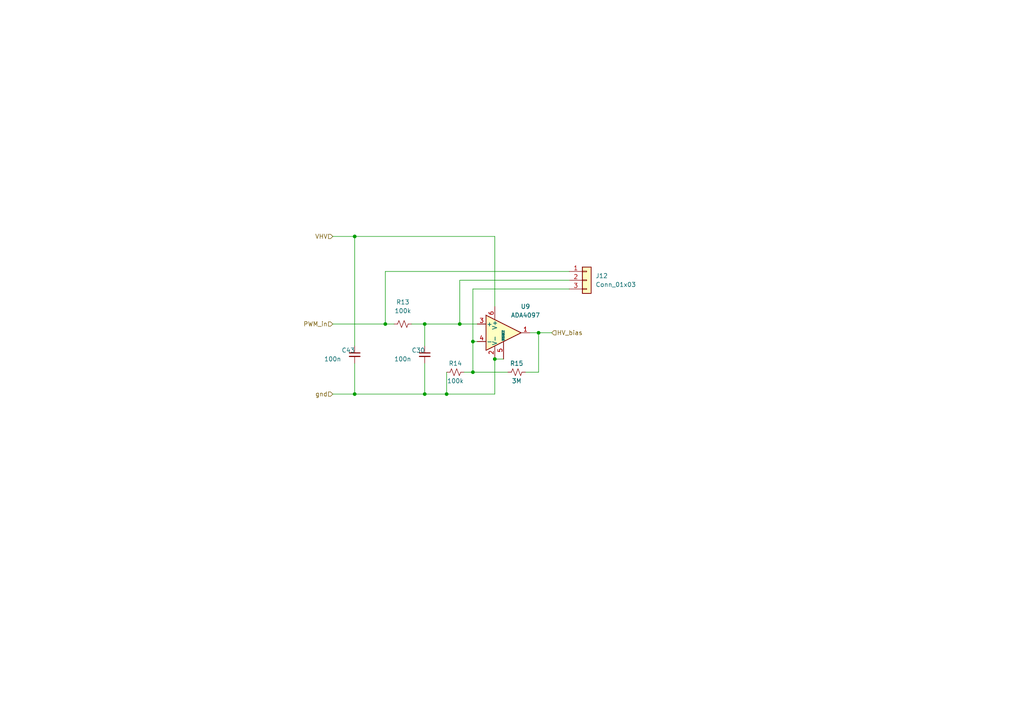
<source format=kicad_sch>
(kicad_sch (version 20211123) (generator eeschema)

  (uuid 0edce324-4c16-425e-b906-bd4a0c9b76a8)

  (paper "A4")

  (lib_symbols
    (symbol "Amplifier_Operational:ADA4807-1" (pin_names (offset 0.127)) (in_bom yes) (on_board yes)
      (property "Reference" "U" (id 0) (at 1.27 3.81 0)
        (effects (font (size 1.27 1.27)) (justify left))
      )
      (property "Value" "ADA4807-1" (id 1) (at 1.27 -3.81 0)
        (effects (font (size 1.27 1.27)) (justify left))
      )
      (property "Footprint" "" (id 2) (at 0 -6.35 0)
        (effects (font (size 1.27 1.27)) hide)
      )
      (property "Datasheet" "https://www.analog.com/media/en/technical-documentation/data-sheets/ADA4807-1_4807-2_4807-4.pdf" (id 3) (at 0 -8.89 0)
        (effects (font (size 1.27 1.27)) (justify left) hide)
      )
      (property "ki_keywords" "single opamp" (id 4) (at 0 0 0)
        (effects (font (size 1.27 1.27)) hide)
      )
      (property "ki_description" "Single Rail-to-Rail Input/Output Amplifiers, with disable, SC-70-6/SOT-23-6" (id 5) (at 0 0 0)
        (effects (font (size 1.27 1.27)) hide)
      )
      (property "ki_fp_filters" "*SC*70* SOT?23*" (id 6) (at 0 0 0)
        (effects (font (size 1.27 1.27)) hide)
      )
      (symbol "ADA4807-1_0_1"
        (polyline
          (pts
            (xy -5.08 5.08)
            (xy 5.08 0)
            (xy -5.08 -5.08)
            (xy -5.08 5.08)
          )
          (stroke (width 0.254) (type default) (color 0 0 0 0))
          (fill (type background))
        )
      )
      (symbol "ADA4807-1_1_1"
        (pin output line (at 7.62 0 180) (length 2.54)
          (name "~" (effects (font (size 1.27 1.27))))
          (number "1" (effects (font (size 1.27 1.27))))
        )
        (pin power_in line (at -2.54 -7.62 90) (length 3.81)
          (name "V-" (effects (font (size 1.27 1.27))))
          (number "2" (effects (font (size 1.27 1.27))))
        )
        (pin input line (at -7.62 2.54 0) (length 2.54)
          (name "+" (effects (font (size 1.27 1.27))))
          (number "3" (effects (font (size 1.27 1.27))))
        )
        (pin input line (at -7.62 -2.54 0) (length 2.54)
          (name "-" (effects (font (size 1.27 1.27))))
          (number "4" (effects (font (size 1.27 1.27))))
        )
        (pin input line (at 0 -7.62 90) (length 5.08)
          (name "~{DISABLE}" (effects (font (size 0.508 0.508))))
          (number "5" (effects (font (size 1.27 1.27))))
        )
        (pin power_in line (at -2.54 7.62 270) (length 3.81)
          (name "V+" (effects (font (size 1.27 1.27))))
          (number "6" (effects (font (size 1.27 1.27))))
        )
      )
    )
    (symbol "Connector_Generic:Conn_01x03" (pin_names (offset 1.016) hide) (in_bom yes) (on_board yes)
      (property "Reference" "J" (id 0) (at 0 5.08 0)
        (effects (font (size 1.27 1.27)))
      )
      (property "Value" "Conn_01x03" (id 1) (at 0 -5.08 0)
        (effects (font (size 1.27 1.27)))
      )
      (property "Footprint" "" (id 2) (at 0 0 0)
        (effects (font (size 1.27 1.27)) hide)
      )
      (property "Datasheet" "~" (id 3) (at 0 0 0)
        (effects (font (size 1.27 1.27)) hide)
      )
      (property "ki_keywords" "connector" (id 4) (at 0 0 0)
        (effects (font (size 1.27 1.27)) hide)
      )
      (property "ki_description" "Generic connector, single row, 01x03, script generated (kicad-library-utils/schlib/autogen/connector/)" (id 5) (at 0 0 0)
        (effects (font (size 1.27 1.27)) hide)
      )
      (property "ki_fp_filters" "Connector*:*_1x??_*" (id 6) (at 0 0 0)
        (effects (font (size 1.27 1.27)) hide)
      )
      (symbol "Conn_01x03_1_1"
        (rectangle (start -1.27 -2.413) (end 0 -2.667)
          (stroke (width 0.1524) (type default) (color 0 0 0 0))
          (fill (type none))
        )
        (rectangle (start -1.27 0.127) (end 0 -0.127)
          (stroke (width 0.1524) (type default) (color 0 0 0 0))
          (fill (type none))
        )
        (rectangle (start -1.27 2.667) (end 0 2.413)
          (stroke (width 0.1524) (type default) (color 0 0 0 0))
          (fill (type none))
        )
        (rectangle (start -1.27 3.81) (end 1.27 -3.81)
          (stroke (width 0.254) (type default) (color 0 0 0 0))
          (fill (type background))
        )
        (pin passive line (at -5.08 2.54 0) (length 3.81)
          (name "Pin_1" (effects (font (size 1.27 1.27))))
          (number "1" (effects (font (size 1.27 1.27))))
        )
        (pin passive line (at -5.08 0 0) (length 3.81)
          (name "Pin_2" (effects (font (size 1.27 1.27))))
          (number "2" (effects (font (size 1.27 1.27))))
        )
        (pin passive line (at -5.08 -2.54 0) (length 3.81)
          (name "Pin_3" (effects (font (size 1.27 1.27))))
          (number "3" (effects (font (size 1.27 1.27))))
        )
      )
    )
    (symbol "Device:C_Small" (pin_numbers hide) (pin_names (offset 0.254) hide) (in_bom yes) (on_board yes)
      (property "Reference" "C" (id 0) (at 0.254 1.778 0)
        (effects (font (size 1.27 1.27)) (justify left))
      )
      (property "Value" "C_Small" (id 1) (at 0.254 -2.032 0)
        (effects (font (size 1.27 1.27)) (justify left))
      )
      (property "Footprint" "" (id 2) (at 0 0 0)
        (effects (font (size 1.27 1.27)) hide)
      )
      (property "Datasheet" "~" (id 3) (at 0 0 0)
        (effects (font (size 1.27 1.27)) hide)
      )
      (property "ki_keywords" "capacitor cap" (id 4) (at 0 0 0)
        (effects (font (size 1.27 1.27)) hide)
      )
      (property "ki_description" "Unpolarized capacitor, small symbol" (id 5) (at 0 0 0)
        (effects (font (size 1.27 1.27)) hide)
      )
      (property "ki_fp_filters" "C_*" (id 6) (at 0 0 0)
        (effects (font (size 1.27 1.27)) hide)
      )
      (symbol "C_Small_0_1"
        (polyline
          (pts
            (xy -1.524 -0.508)
            (xy 1.524 -0.508)
          )
          (stroke (width 0.3302) (type default) (color 0 0 0 0))
          (fill (type none))
        )
        (polyline
          (pts
            (xy -1.524 0.508)
            (xy 1.524 0.508)
          )
          (stroke (width 0.3048) (type default) (color 0 0 0 0))
          (fill (type none))
        )
      )
      (symbol "C_Small_1_1"
        (pin passive line (at 0 2.54 270) (length 2.032)
          (name "~" (effects (font (size 1.27 1.27))))
          (number "1" (effects (font (size 1.27 1.27))))
        )
        (pin passive line (at 0 -2.54 90) (length 2.032)
          (name "~" (effects (font (size 1.27 1.27))))
          (number "2" (effects (font (size 1.27 1.27))))
        )
      )
    )
    (symbol "Device:R_Small_US" (pin_numbers hide) (pin_names (offset 0.254) hide) (in_bom yes) (on_board yes)
      (property "Reference" "R" (id 0) (at 0.762 0.508 0)
        (effects (font (size 1.27 1.27)) (justify left))
      )
      (property "Value" "R_Small_US" (id 1) (at 0.762 -1.016 0)
        (effects (font (size 1.27 1.27)) (justify left))
      )
      (property "Footprint" "" (id 2) (at 0 0 0)
        (effects (font (size 1.27 1.27)) hide)
      )
      (property "Datasheet" "~" (id 3) (at 0 0 0)
        (effects (font (size 1.27 1.27)) hide)
      )
      (property "ki_keywords" "r resistor" (id 4) (at 0 0 0)
        (effects (font (size 1.27 1.27)) hide)
      )
      (property "ki_description" "Resistor, small US symbol" (id 5) (at 0 0 0)
        (effects (font (size 1.27 1.27)) hide)
      )
      (property "ki_fp_filters" "R_*" (id 6) (at 0 0 0)
        (effects (font (size 1.27 1.27)) hide)
      )
      (symbol "R_Small_US_1_1"
        (polyline
          (pts
            (xy 0 0)
            (xy 1.016 -0.381)
            (xy 0 -0.762)
            (xy -1.016 -1.143)
            (xy 0 -1.524)
          )
          (stroke (width 0) (type default) (color 0 0 0 0))
          (fill (type none))
        )
        (polyline
          (pts
            (xy 0 1.524)
            (xy 1.016 1.143)
            (xy 0 0.762)
            (xy -1.016 0.381)
            (xy 0 0)
          )
          (stroke (width 0) (type default) (color 0 0 0 0))
          (fill (type none))
        )
        (pin passive line (at 0 2.54 270) (length 1.016)
          (name "~" (effects (font (size 1.27 1.27))))
          (number "1" (effects (font (size 1.27 1.27))))
        )
        (pin passive line (at 0 -2.54 90) (length 1.016)
          (name "~" (effects (font (size 1.27 1.27))))
          (number "2" (effects (font (size 1.27 1.27))))
        )
      )
    )
  )

  (junction (at 133.35 93.98) (diameter 0) (color 0 0 0 0)
    (uuid 142a9e6f-cfe3-49c7-b512-77f6715ee672)
  )
  (junction (at 123.19 114.3) (diameter 0) (color 0 0 0 0)
    (uuid 1607b4db-85e8-447e-8038-6ac4f0f7f121)
  )
  (junction (at 129.54 114.3) (diameter 0) (color 0 0 0 0)
    (uuid 38e4d469-436e-4395-9a13-c0cc4fb50b61)
  )
  (junction (at 102.87 68.58) (diameter 0) (color 0 0 0 0)
    (uuid 5374e517-a655-46bd-b448-605abb970765)
  )
  (junction (at 102.87 114.3) (diameter 0) (color 0 0 0 0)
    (uuid 5734ddfc-ea63-4c4a-88dd-e50cee3b4213)
  )
  (junction (at 137.16 99.06) (diameter 0) (color 0 0 0 0)
    (uuid 609873fc-6836-4e27-822d-a610a8bf7649)
  )
  (junction (at 111.76 93.98) (diameter 0) (color 0 0 0 0)
    (uuid 7d14683b-235a-449c-9e42-4f45afa58b9e)
  )
  (junction (at 143.51 104.14) (diameter 0) (color 0 0 0 0)
    (uuid 8e841fc8-b600-41c2-8718-5b9e6d899f17)
  )
  (junction (at 137.16 107.95) (diameter 0) (color 0 0 0 0)
    (uuid a1ac036b-36a6-4e38-bddd-402e2ed9405a)
  )
  (junction (at 156.21 96.52) (diameter 0) (color 0 0 0 0)
    (uuid b32a35c1-c000-411a-b45e-87b4be51e5f4)
  )
  (junction (at 123.19 93.98) (diameter 0) (color 0 0 0 0)
    (uuid c5bbf65b-34c2-4a6d-8e57-35183676d623)
  )

  (wire (pts (xy 134.62 107.95) (xy 137.16 107.95))
    (stroke (width 0) (type default) (color 0 0 0 0))
    (uuid 0375ff5b-5045-4067-8c79-e37f830377bf)
  )
  (wire (pts (xy 111.76 93.98) (xy 114.3 93.98))
    (stroke (width 0) (type default) (color 0 0 0 0))
    (uuid 0d44bd96-1d15-46b3-aa1b-99b6f1778714)
  )
  (wire (pts (xy 102.87 114.3) (xy 123.19 114.3))
    (stroke (width 0) (type default) (color 0 0 0 0))
    (uuid 0dfe6fc2-9aa4-4def-a089-c97925779751)
  )
  (wire (pts (xy 165.1 81.28) (xy 133.35 81.28))
    (stroke (width 0) (type default) (color 0 0 0 0))
    (uuid 138538c8-96d5-4d26-8bb0-097bdc25a891)
  )
  (wire (pts (xy 133.35 81.28) (xy 133.35 93.98))
    (stroke (width 0) (type default) (color 0 0 0 0))
    (uuid 17aaa59a-af65-405e-9c4a-e4488ebb01c0)
  )
  (wire (pts (xy 156.21 96.52) (xy 153.67 96.52))
    (stroke (width 0) (type default) (color 0 0 0 0))
    (uuid 188a3aaf-434e-435b-9017-e2a20fe02761)
  )
  (wire (pts (xy 102.87 68.58) (xy 102.87 100.33))
    (stroke (width 0) (type default) (color 0 0 0 0))
    (uuid 194cabce-d314-44ac-a17c-c1c30871f288)
  )
  (wire (pts (xy 123.19 93.98) (xy 133.35 93.98))
    (stroke (width 0) (type default) (color 0 0 0 0))
    (uuid 197576df-304c-441b-aeb0-8c224988d982)
  )
  (wire (pts (xy 156.21 96.52) (xy 160.02 96.52))
    (stroke (width 0) (type default) (color 0 0 0 0))
    (uuid 1ac4a7c2-b7be-4e1c-a497-ed6aab390c53)
  )
  (wire (pts (xy 165.1 78.74) (xy 111.76 78.74))
    (stroke (width 0) (type default) (color 0 0 0 0))
    (uuid 2775d4aa-8ef5-4156-9be3-873d0a37f58e)
  )
  (wire (pts (xy 123.19 100.33) (xy 123.19 93.98))
    (stroke (width 0) (type default) (color 0 0 0 0))
    (uuid 2d5c67f3-44a6-414d-9be0-8cb7b7d5842a)
  )
  (wire (pts (xy 102.87 105.41) (xy 102.87 114.3))
    (stroke (width 0) (type default) (color 0 0 0 0))
    (uuid 30789b95-d0c3-44ca-9cff-4f8a32d54935)
  )
  (wire (pts (xy 96.52 68.58) (xy 102.87 68.58))
    (stroke (width 0) (type default) (color 0 0 0 0))
    (uuid 339be58e-c872-45d3-af59-d82d2ec0e7dd)
  )
  (wire (pts (xy 123.19 105.41) (xy 123.19 114.3))
    (stroke (width 0) (type default) (color 0 0 0 0))
    (uuid 3a3a7168-dc61-4943-b2c4-f5999923b4ec)
  )
  (wire (pts (xy 123.19 93.98) (xy 119.38 93.98))
    (stroke (width 0) (type default) (color 0 0 0 0))
    (uuid 4607d8ab-f5bf-412e-9322-bd00e7a6c989)
  )
  (wire (pts (xy 129.54 114.3) (xy 143.51 114.3))
    (stroke (width 0) (type default) (color 0 0 0 0))
    (uuid 4b50d154-87c0-417f-b0cb-7969e5019bf1)
  )
  (wire (pts (xy 156.21 107.95) (xy 156.21 96.52))
    (stroke (width 0) (type default) (color 0 0 0 0))
    (uuid 4b6b893c-923d-4eaa-b72a-5890c65f296f)
  )
  (wire (pts (xy 96.52 114.3) (xy 102.87 114.3))
    (stroke (width 0) (type default) (color 0 0 0 0))
    (uuid 4b74ae89-9b7a-4a7a-a987-7f195c724340)
  )
  (wire (pts (xy 96.52 93.98) (xy 111.76 93.98))
    (stroke (width 0) (type default) (color 0 0 0 0))
    (uuid 557d55b3-3532-47d5-8bde-c718cdacefe8)
  )
  (wire (pts (xy 123.19 114.3) (xy 129.54 114.3))
    (stroke (width 0) (type default) (color 0 0 0 0))
    (uuid 56b2fc5b-9b34-4aff-b522-ebb294e437f4)
  )
  (wire (pts (xy 137.16 99.06) (xy 137.16 107.95))
    (stroke (width 0) (type default) (color 0 0 0 0))
    (uuid 59e97943-06c8-4f96-8365-52b423c29dbb)
  )
  (wire (pts (xy 133.35 93.98) (xy 138.43 93.98))
    (stroke (width 0) (type default) (color 0 0 0 0))
    (uuid 6af8fc5e-5a6a-4fe3-8aca-d66932078a52)
  )
  (wire (pts (xy 143.51 68.58) (xy 143.51 88.9))
    (stroke (width 0) (type default) (color 0 0 0 0))
    (uuid 7f5330de-c22e-4399-bd2e-b9eff4a5b21b)
  )
  (wire (pts (xy 137.16 99.06) (xy 137.16 83.82))
    (stroke (width 0) (type default) (color 0 0 0 0))
    (uuid 80591532-c183-48a6-8d22-24ef5daed39e)
  )
  (wire (pts (xy 143.51 104.14) (xy 146.05 104.14))
    (stroke (width 0) (type default) (color 0 0 0 0))
    (uuid 8d1df8cb-fef4-4a33-9451-7dc9ecb546ae)
  )
  (wire (pts (xy 102.87 68.58) (xy 143.51 68.58))
    (stroke (width 0) (type default) (color 0 0 0 0))
    (uuid 98098d6b-b3ab-45d0-9501-f28aac3ba78a)
  )
  (wire (pts (xy 111.76 78.74) (xy 111.76 93.98))
    (stroke (width 0) (type default) (color 0 0 0 0))
    (uuid bc50a6fb-0feb-4d72-8438-42c26c555662)
  )
  (wire (pts (xy 137.16 107.95) (xy 147.32 107.95))
    (stroke (width 0) (type default) (color 0 0 0 0))
    (uuid c21cf7ce-2854-4b13-bb47-bfb98883deab)
  )
  (wire (pts (xy 137.16 83.82) (xy 165.1 83.82))
    (stroke (width 0) (type default) (color 0 0 0 0))
    (uuid c77f6b21-1c1a-4ab5-88b3-44da8c48d144)
  )
  (wire (pts (xy 152.4 107.95) (xy 156.21 107.95))
    (stroke (width 0) (type default) (color 0 0 0 0))
    (uuid d920b043-0b7c-4c5e-b99c-f991c515bf71)
  )
  (wire (pts (xy 143.51 104.14) (xy 143.51 114.3))
    (stroke (width 0) (type default) (color 0 0 0 0))
    (uuid e144c24d-a165-4d9b-a584-57aa02b61efc)
  )
  (wire (pts (xy 129.54 107.95) (xy 129.54 114.3))
    (stroke (width 0) (type default) (color 0 0 0 0))
    (uuid ed5217dc-5686-4f0b-bd3e-ae5a29bf6175)
  )
  (wire (pts (xy 137.16 99.06) (xy 138.43 99.06))
    (stroke (width 0) (type default) (color 0 0 0 0))
    (uuid fb110755-d3d8-47bb-885e-e6bd0da90fee)
  )

  (hierarchical_label "gnd" (shape input) (at 96.52 114.3 180)
    (effects (font (size 1.27 1.27)) (justify right))
    (uuid 073b4bff-188e-48db-b24c-3540d0594ae7)
  )
  (hierarchical_label "HV_bias" (shape input) (at 160.02 96.52 0)
    (effects (font (size 1.27 1.27)) (justify left))
    (uuid 111db4f0-1d71-407b-8857-5b83dde1352c)
  )
  (hierarchical_label "VHV" (shape input) (at 96.52 68.58 180)
    (effects (font (size 1.27 1.27)) (justify right))
    (uuid c803f5dc-65f5-449c-9bd7-5c2e17620a0a)
  )
  (hierarchical_label "PWM_in" (shape input) (at 96.52 93.98 180)
    (effects (font (size 1.27 1.27)) (justify right))
    (uuid d2299df2-54e5-463b-b5ed-93a5b8f78a38)
  )

  (symbol (lib_id "Device:R_Small_US") (at 116.84 93.98 90) (unit 1)
    (in_bom yes) (on_board yes) (fields_autoplaced)
    (uuid 3bb14804-28cf-4e82-acb1-fd3f7d2a874a)
    (property "Reference" "R13" (id 0) (at 116.84 87.63 90))
    (property "Value" "100k" (id 1) (at 116.84 90.17 90))
    (property "Footprint" "Resistor_SMD:R_0603_1608Metric_Pad0.98x0.95mm_HandSolder" (id 2) (at 116.84 93.98 0)
      (effects (font (size 1.27 1.27)) hide)
    )
    (property "Datasheet" "~" (id 3) (at 116.84 93.98 0)
      (effects (font (size 1.27 1.27)) hide)
    )
    (pin "1" (uuid e20139b4-bfa4-4f18-a53f-3800fce50cbc))
    (pin "2" (uuid 8558d494-a8c9-47f0-ab94-71f2339f1632))
  )

  (symbol (lib_id "Amplifier_Operational:ADA4807-1") (at 146.05 96.52 0) (unit 1)
    (in_bom yes) (on_board yes)
    (uuid 4339118c-ba6b-4830-a146-742472ac1884)
    (property "Reference" "U9" (id 0) (at 152.4 88.9 0))
    (property "Value" "ADA4097" (id 1) (at 152.4 91.44 0))
    (property "Footprint" "Package_TO_SOT_SMD:TSOT-23-6_HandSoldering" (id 2) (at 146.05 102.87 0)
      (effects (font (size 1.27 1.27)) hide)
    )
    (property "Datasheet" "https://www.analog.com/media/en/technical-documentation/data-sheets/ADA4807-1_4807-2_4807-4.pdf" (id 3) (at 146.05 105.41 0)
      (effects (font (size 1.27 1.27)) (justify left) hide)
    )
    (pin "1" (uuid 0ce3579f-3b86-4853-9537-e5f0d69ea4e7))
    (pin "2" (uuid 3f9e4da9-3138-4756-8114-50b35653d7ee))
    (pin "3" (uuid c2fbcdc7-2f42-4c8d-884c-c3afad90b011))
    (pin "4" (uuid 7f800067-2c13-4758-a254-440c70a4408e))
    (pin "5" (uuid 3e7a79d2-c1db-48bd-bbea-4e04c27b90b2))
    (pin "6" (uuid dae85a68-a9b3-4ea5-b7ba-944126705087))
  )

  (symbol (lib_id "Device:C_Small") (at 102.87 102.87 0) (unit 1)
    (in_bom yes) (on_board yes)
    (uuid 43848e6e-27ed-4a2a-8120-766cd1f6a8b1)
    (property "Reference" "C43" (id 0) (at 99.06 101.6 0)
      (effects (font (size 1.27 1.27)) (justify left))
    )
    (property "Value" "100n" (id 1) (at 93.98 104.14 0)
      (effects (font (size 1.27 1.27)) (justify left))
    )
    (property "Footprint" "Capacitor_SMD:C_0603_1608Metric_Pad1.08x0.95mm_HandSolder" (id 2) (at 102.87 102.87 0)
      (effects (font (size 1.27 1.27)) hide)
    )
    (property "Datasheet" "~" (id 3) (at 102.87 102.87 0)
      (effects (font (size 1.27 1.27)) hide)
    )
    (pin "1" (uuid b4bca93e-c9d2-4c41-b52f-7c864a220ec2))
    (pin "2" (uuid 0c941197-c139-418c-8f9e-a473502f24ce))
  )

  (symbol (lib_id "Device:R_Small_US") (at 132.08 107.95 90) (unit 1)
    (in_bom yes) (on_board yes)
    (uuid 5c029db5-e662-4ec8-bd70-faf0bab12e27)
    (property "Reference" "R14" (id 0) (at 132.08 105.41 90))
    (property "Value" "100k" (id 1) (at 132.08 110.49 90))
    (property "Footprint" "Resistor_SMD:R_0603_1608Metric_Pad0.98x0.95mm_HandSolder" (id 2) (at 132.08 107.95 0)
      (effects (font (size 1.27 1.27)) hide)
    )
    (property "Datasheet" "~" (id 3) (at 132.08 107.95 0)
      (effects (font (size 1.27 1.27)) hide)
    )
    (pin "1" (uuid a98861e1-7a5d-45f2-a1dc-4c8f3a651c04))
    (pin "2" (uuid d9660f92-22db-48fe-a594-bd98a5b14f3b))
  )

  (symbol (lib_id "Connector_Generic:Conn_01x03") (at 170.18 81.28 0) (unit 1)
    (in_bom yes) (on_board yes) (fields_autoplaced)
    (uuid 88cb5fc6-2cac-4703-bc4f-ade966fdd218)
    (property "Reference" "J12" (id 0) (at 172.72 80.0099 0)
      (effects (font (size 1.27 1.27)) (justify left))
    )
    (property "Value" "Conn_01x03" (id 1) (at 172.72 82.5499 0)
      (effects (font (size 1.27 1.27)) (justify left))
    )
    (property "Footprint" "Connector_PinHeader_2.54mm:PinHeader_1x03_P2.54mm_Vertical" (id 2) (at 170.18 81.28 0)
      (effects (font (size 1.27 1.27)) hide)
    )
    (property "Datasheet" "~" (id 3) (at 170.18 81.28 0)
      (effects (font (size 1.27 1.27)) hide)
    )
    (pin "1" (uuid b3c4a89c-03ce-48ac-88d7-e9fbb5d6c678))
    (pin "2" (uuid 77586af4-564a-4636-9394-0cbb88a829e1))
    (pin "3" (uuid 4c134737-ed35-438b-9c98-c2a37c7dcc0e))
  )

  (symbol (lib_id "Device:R_Small_US") (at 149.86 107.95 90) (unit 1)
    (in_bom yes) (on_board yes)
    (uuid a8a86bbe-ea36-4a2f-85ab-c5883d675cf5)
    (property "Reference" "R15" (id 0) (at 149.86 105.41 90))
    (property "Value" "3M" (id 1) (at 149.86 110.49 90))
    (property "Footprint" "Resistor_SMD:R_0603_1608Metric_Pad0.98x0.95mm_HandSolder" (id 2) (at 149.86 107.95 0)
      (effects (font (size 1.27 1.27)) hide)
    )
    (property "Datasheet" "~" (id 3) (at 149.86 107.95 0)
      (effects (font (size 1.27 1.27)) hide)
    )
    (pin "1" (uuid df0a2115-be3f-4327-9ef5-237bddff5508))
    (pin "2" (uuid 77ad8382-af97-452d-8327-b1d522a309b0))
  )

  (symbol (lib_id "Device:C_Small") (at 123.19 102.87 0) (unit 1)
    (in_bom yes) (on_board yes)
    (uuid aa3a794c-1b48-4f53-a924-287cdd7eba85)
    (property "Reference" "C30" (id 0) (at 119.38 101.6 0)
      (effects (font (size 1.27 1.27)) (justify left))
    )
    (property "Value" "100n" (id 1) (at 114.3 104.14 0)
      (effects (font (size 1.27 1.27)) (justify left))
    )
    (property "Footprint" "Capacitor_SMD:C_0603_1608Metric_Pad1.08x0.95mm_HandSolder" (id 2) (at 123.19 102.87 0)
      (effects (font (size 1.27 1.27)) hide)
    )
    (property "Datasheet" "~" (id 3) (at 123.19 102.87 0)
      (effects (font (size 1.27 1.27)) hide)
    )
    (pin "1" (uuid 4b76c2b8-9ea9-47b4-88ff-7dbdc3161cbb))
    (pin "2" (uuid 7d37867b-8217-44fd-9580-80af2d66634b))
  )
)

</source>
